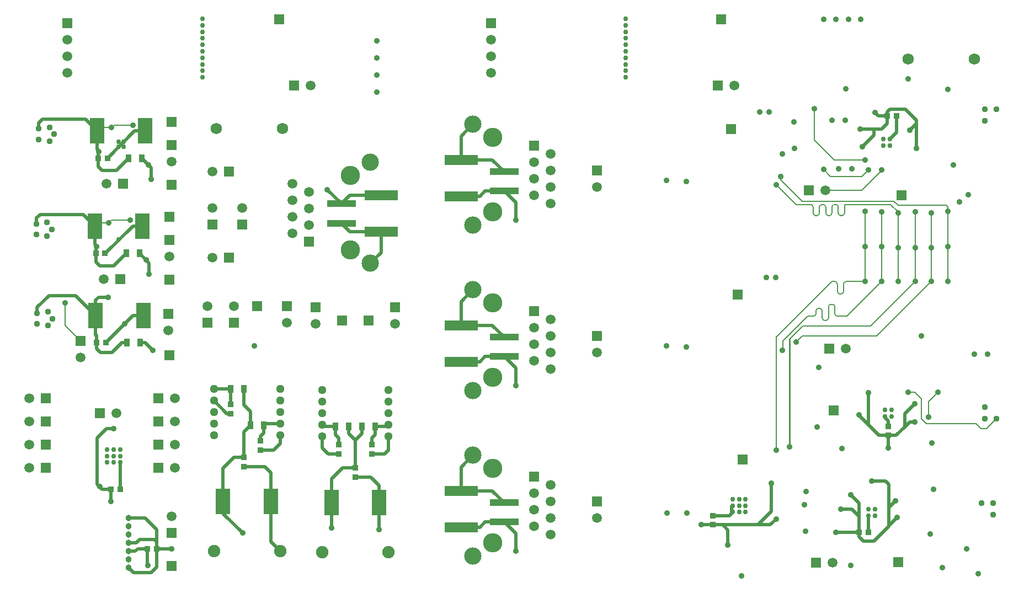
<source format=gbl>
%FSAX44Y44*%
%MOMM*%
G71*
G01*
G75*
G04 Layer_Physical_Order=4*
G04 Layer_Color=16711680*
%ADD10R,2.0000X2.0000*%
%ADD11R,0.9652X0.8128*%
%ADD12R,9.8000X10.7000*%
%ADD13R,4.1000X1.1000*%
%ADD14R,0.2500X0.6000*%
%ADD15R,0.6000X0.2500*%
%ADD16R,3.1000X3.1000*%
%ADD17R,0.8000X0.8000*%
%ADD18O,0.2500X0.7000*%
%ADD19O,0.7000X0.2500*%
%ADD20R,1.5000X1.5000*%
%ADD21R,1.5000X0.2500*%
%ADD22R,0.8128X0.9652*%
%ADD23R,0.8128X0.9652*%
%ADD24R,4.0000X2.3000*%
%ADD25R,3.5560X0.6350*%
%ADD26R,2.7940X0.6350*%
%ADD27R,10.1600X10.1600*%
%ADD28R,2.8000X2.0000*%
%ADD29C,0.2032*%
%ADD30C,1.2700*%
%ADD31C,0.5080*%
%ADD32C,0.2540*%
%ADD33R,0.9652X0.8128*%
%ADD34R,2.6000X2.6000*%
%ADD35O,0.2000X0.8000*%
%ADD36O,0.8000X0.2000*%
%ADD37R,3.0000X3.0000*%
%ADD38O,2.5000X0.7000*%
%ADD39O,0.9500X0.9652*%
%ADD40C,1.7526*%
%ADD41C,0.9500*%
%ADD42C,1.5000*%
%ADD43R,1.5000X1.5000*%
%ADD44C,1.2954*%
%ADD45C,1.9050*%
%ADD46C,1.5000*%
%ADD47C,2.6500*%
%ADD48R,1.5000X1.5000*%
%ADD49C,2.9500*%
%ADD50C,0.7500*%
%ADD51C,0.8890*%
%ADD52C,1.0160*%
%ADD53R,1.6510X1.6510*%
%ADD54R,3.0480X3.0480*%
%ADD55C,1.3128*%
%ADD56C,1.9128*%
%ADD57C,1.7128*%
%ADD58C,1.4732*%
%ADD59C,2.0320*%
%ADD60C,1.7128*%
%ADD61C,2.4128*%
%ADD62C,4.0628*%
G04:AMPARAMS|DCode=63|XSize=2.678mm|YSize=2.678mm|CornerRadius=0mm|HoleSize=0mm|Usage=FLASHONLY|Rotation=0.000|XOffset=0mm|YOffset=0mm|HoleType=Round|Shape=Relief|Width=0.381mm|Gap=0.381mm|Entries=4|*
%AMTHD63*
7,0,0,2.6780,1.9160,0.3810,45*
%
%ADD63THD63*%
%ADD64C,1.1128*%
G04:AMPARAMS|DCode=65|XSize=2.1082mm|YSize=2.1082mm|CornerRadius=0mm|HoleSize=0mm|Usage=FLASHONLY|Rotation=0.000|XOffset=0mm|YOffset=0mm|HoleType=Round|Shape=Relief|Width=0.381mm|Gap=0.381mm|Entries=4|*
%AMTHD65*
7,0,0,2.1082,1.3462,0.3810,45*
%
%ADD65THD65*%
%ADD66C,1.1430*%
G04:AMPARAMS|DCode=67|XSize=2.878mm|YSize=2.878mm|CornerRadius=0mm|HoleSize=0mm|Usage=FLASHONLY|Rotation=0.000|XOffset=0mm|YOffset=0mm|HoleType=Round|Shape=Relief|Width=0.381mm|Gap=0.381mm|Entries=4|*
%AMTHD67*
7,0,0,2.8780,2.1160,0.3810,45*
%
%ADD67THD67*%
G04:AMPARAMS|DCode=68|XSize=2.278mm|YSize=2.278mm|CornerRadius=0mm|HoleSize=0mm|Usage=FLASHONLY|Rotation=0.000|XOffset=0mm|YOffset=0mm|HoleType=Round|Shape=Relief|Width=0.381mm|Gap=0.381mm|Entries=4|*
%AMTHD68*
7,0,0,2.2780,1.5160,0.3810,45*
%
%ADD68THD68*%
G04:AMPARAMS|DCode=69|XSize=2.4384mm|YSize=2.4384mm|CornerRadius=0mm|HoleSize=0mm|Usage=FLASHONLY|Rotation=0.000|XOffset=0mm|YOffset=0mm|HoleType=Round|Shape=Relief|Width=0.381mm|Gap=0.381mm|Entries=4|*
%AMTHD69*
7,0,0,2.4384,1.6764,0.3810,45*
%
%ADD69THD69*%
G04:AMPARAMS|DCode=70|XSize=2.9972mm|YSize=2.9972mm|CornerRadius=0mm|HoleSize=0mm|Usage=FLASHONLY|Rotation=0.000|XOffset=0mm|YOffset=0mm|HoleType=Round|Shape=Relief|Width=0.381mm|Gap=0.381mm|Entries=4|*
%AMTHD70*
7,0,0,2.9972,2.2352,0.3810,45*
%
%ADD70THD70*%
%ADD71R,2.3000X4.0000*%
%ADD72R,0.8128X1.2700*%
%ADD73R,5.1000X1.5000*%
%ADD74R,4.5000X1.0000*%
D11*
X00641350Y00480822D02*
D03*
Y00466598D02*
D03*
X00615950Y00455422D02*
D03*
Y00441198D02*
D03*
X00595630Y00536702D02*
D03*
Y00522478D02*
D03*
X00762000Y00460248D02*
D03*
Y00474472D02*
D03*
X00812800Y00460248D02*
D03*
Y00474472D02*
D03*
X00787400Y00424688D02*
D03*
Y00438912D02*
D03*
D20*
X00430530Y00875030D02*
D03*
X00426720Y00728980D02*
D03*
X00593090Y00894080D02*
D03*
Y00762000D02*
D03*
X00693420Y01026160D02*
D03*
X00394970Y00523240D02*
D03*
X00807720Y00665480D02*
D03*
X00767080D02*
D03*
X00505460Y00288290D02*
D03*
X00485140Y00546100D02*
D03*
Y00510540D02*
D03*
Y00474980D02*
D03*
Y00439420D02*
D03*
X00312420Y00510540D02*
D03*
Y00546100D02*
D03*
Y00439420D02*
D03*
Y00474980D02*
D03*
X01483040Y00864870D02*
D03*
X01343340Y01026160D02*
D03*
X01625280Y00857250D02*
D03*
X01514790Y00622300D02*
D03*
X01494724Y00293370D02*
D03*
X01620200Y00294640D02*
D03*
D22*
X00392938Y00914400D02*
D03*
X00407162D02*
D03*
X00390398Y00631190D02*
D03*
X00404622D02*
D03*
X00389128Y00768350D02*
D03*
X00403352D02*
D03*
D23*
X00412496Y00406400D02*
D03*
X00426720D02*
D03*
X00468376Y00314960D02*
D03*
X00482600D02*
D03*
X01617660Y00979170D02*
D03*
X01603436D02*
D03*
X01574480Y00340360D02*
D03*
X01560256D02*
D03*
D29*
X00396570Y00961390D02*
X00412750D01*
X00391490Y00956310D02*
X00396570Y00961390D01*
X00416560Y00965200D02*
X00445770D01*
X00412750Y00961390D02*
X00416560Y00965200D01*
X00408940Y00815340D02*
X00412750Y00819150D01*
X00441960D01*
X00387680Y00810260D02*
X00392760Y00815340D01*
X00408940D01*
X00341630Y00657860D02*
X00365760Y00633730D01*
X00341630Y00657860D02*
Y00692150D01*
X00716518Y00862372D02*
Y00864589D01*
X01540495Y00725170D02*
G03*
X01536634Y00721309I00000000J-00003861D01*
G01*
X01532773Y00705987D02*
G03*
X01536634Y00709848I00000000J00003861D01*
G01*
X01526982D02*
G03*
X01530843Y00705987I00003861J00000000D01*
G01*
X01526982Y00721309D02*
G03*
X01523121Y00725170I-00003861J00000000D01*
G01*
X01523172Y00675691D02*
G03*
X01527033Y00671830I00003861J00000000D01*
G01*
X01523172Y00686214D02*
G03*
X01519311Y00690074I-00003861J00000000D01*
G01*
X01517381D02*
G03*
X01513520Y00686214I00000000J-00003861D01*
G01*
X01509659Y00665269D02*
G03*
X01513520Y00669130I00000000J00003861D01*
G01*
X01503868D02*
G03*
X01507729Y00665269I00003861J00000000D01*
G01*
X01503868Y00679934D02*
G03*
X01500007Y00683795I-00003861J00000000D01*
G01*
X01498077D02*
G03*
X01494216Y00679934I00000000J-00003861D01*
G01*
X01490355Y00671830D02*
G03*
X01494216Y00675691I00000000J00003861D01*
G01*
X01538920Y00843280D02*
G03*
X01538158Y00842518I00000000J-00000762D01*
G01*
X01534297Y00826424D02*
G03*
X01538158Y00830285I00000000J00003861D01*
G01*
X01528506D02*
G03*
X01532367Y00826424I00003861J00000000D01*
G01*
X01528506Y00839419D02*
G03*
X01524645Y00843280I-00003861J00000000D01*
G01*
X01522715D02*
G03*
X01518854Y00839419I00000000J-00003861D01*
G01*
X01514993Y00826424D02*
G03*
X01518854Y00830285I00000000J00003861D01*
G01*
X01509202D02*
G03*
X01513063Y00826424I00003861J00000000D01*
G01*
X01509202Y00839419D02*
G03*
X01505341Y00843280I-00003861J00000000D01*
G01*
X01503411D02*
G03*
X01499550Y00839419I00000000J-00003861D01*
G01*
X01495689Y00826424D02*
G03*
X01499550Y00830285I00000000J00003861D01*
G01*
X01489898D02*
G03*
X01493759Y00826424I00003861J00000000D01*
G01*
X01489898Y00839419D02*
G03*
X01486037Y00843280I-00003861J00000000D01*
G01*
X01540495Y00725170D02*
X01569400D01*
X01536634Y00709848D02*
Y00721309D01*
X01530843Y00705987D02*
X01532773D01*
X01518600Y00725170D02*
X01523121D01*
X01526982Y00709848D02*
Y00721309D01*
X01433510Y00640080D02*
X01518600Y00725170D01*
X01433510Y00466090D02*
Y00640080D01*
X01530485Y00671830D02*
X01541460D01*
X01481770D02*
X01489390D01*
X01527033D02*
X01530485D01*
X01523172Y00675691D02*
Y00686214D01*
X01517381Y00690074D02*
X01519311D01*
X01513520Y00671830D02*
Y00686214D01*
Y00669130D02*
Y00671830D01*
X01507729Y00665269D02*
X01509659D01*
X01503868Y00669130D02*
Y00671830D01*
Y00679934D01*
X01498077Y00683795D02*
X01500007D01*
X01494216Y00675691D02*
Y00679934D01*
X01489390Y00671830D02*
X01490355D01*
X01541460D02*
X01594800Y00725170D01*
X01443670Y00633730D02*
X01481770Y00671830D01*
X01578290Y00656590D02*
X01646870Y00725170D01*
X01474150Y00656590D02*
X01578290D01*
X01453830Y00636270D02*
X01474150Y00656590D01*
X01587180Y00641350D02*
X01671000Y00725170D01*
X01472880Y00641350D02*
X01587180D01*
X01463990Y00632460D02*
X01472880Y00641350D01*
X01538920Y00843280D02*
X01608770D01*
X01463990D02*
X01475420D01*
X01538158Y00830285D02*
Y00842518D01*
X01532367Y00826424D02*
X01534297D01*
X01528506Y00830285D02*
Y00839419D01*
X01522715Y00843280D02*
X01524645D01*
X01518854Y00830285D02*
Y00839419D01*
X01513063Y00826424D02*
X01514993D01*
X01509202Y00830285D02*
Y00839419D01*
X01503411Y00843280D02*
X01505341D01*
X01499550Y00830285D02*
Y00839419D01*
X01493759Y00826424D02*
X01495689D01*
X01489898Y00830285D02*
Y00839419D01*
X01480246Y00843280D02*
X01486037D01*
X01475420D02*
X01480246D01*
X01564320Y00886460D02*
X01574480Y00896620D01*
X01516314Y00886460D02*
X01564320D01*
X01505900Y00896874D02*
X01516314Y00886460D01*
X01574226Y00896874D02*
X01574480Y00896620D01*
X01522410Y00911860D02*
X01569400D01*
X01620200Y00803910D02*
Y00831850D01*
Y00725170D02*
Y00803910D01*
X01569400Y00778510D02*
Y00833120D01*
X01696400Y00751840D02*
Y00833120D01*
Y00725170D02*
Y00751840D01*
X01491930Y00942340D02*
X01522410Y00911860D01*
X01491930Y00942340D02*
Y00990600D01*
X01472880Y00848360D02*
X01613850D01*
X01439860Y00881380D02*
X01472880Y00848360D01*
X01439860Y00881380D02*
Y00886460D01*
X01433510Y00873760D02*
X01463990Y00843280D01*
X01756268Y00499110D02*
X01771419Y00514261D01*
X01747200Y00499110D02*
X01756268D01*
X01739580Y00506730D02*
X01747200Y00499110D01*
X01663380Y00506730D02*
X01739580D01*
X01645600Y00554990D02*
X01655760Y00544830D01*
X01635440Y00554990D02*
X01645600D01*
X01655760Y00514350D02*
Y00544830D01*
Y00514350D02*
X01663380Y00506730D01*
X01667190Y00516890D02*
Y00541020D01*
X01681160Y00554990D01*
X01569400Y00725170D02*
Y00778510D01*
X01671000Y00725170D02*
Y00777240D01*
Y00830580D01*
X01646870Y00777240D02*
Y00831850D01*
X01594800Y00725170D02*
Y00778510D01*
X01443670Y00619760D02*
Y00633730D01*
X01594800Y00778510D02*
Y00831850D01*
Y00895350D02*
Y00896620D01*
X01564320Y00864870D02*
X01594800Y00895350D01*
X01508440Y00864870D02*
X01564320D01*
X01613850Y00848360D02*
X01620200Y00842010D01*
X01693860D01*
X01608770Y00843280D02*
X01620200Y00831850D01*
X01693860Y00842010D02*
X01696400Y00839470D01*
X01646870Y00725170D02*
Y00777240D01*
X01696400Y00833120D02*
Y00839470D01*
D31*
X00459740Y00914400D02*
X00474472Y00899668D01*
Y00882142D02*
Y00899668D01*
X00420370Y00895350D02*
X00439420Y00914400D01*
X00398780Y00895350D02*
X00420370D01*
X00392938Y00901192D02*
X00398780Y00895350D01*
X00391490Y00928040D02*
X00392938Y00926592D01*
X00391490Y00928040D02*
Y00956310D01*
X00373710Y00974090D02*
X00391490Y00956310D01*
X00307340Y00974090D02*
X00373710D01*
X00301564Y00968314D02*
X00307340Y00974090D01*
X00301564Y00959561D02*
Y00968314D01*
X00392938Y00901192D02*
Y00914400D01*
Y00926592D01*
X00407162Y00914400D02*
X00449072Y00956310D01*
X00464490D01*
X00389128Y00768350D02*
Y00780542D01*
Y00755142D02*
Y00768350D01*
X00297754Y00813511D02*
Y00822264D01*
X00303530Y00828040D01*
X00369900D01*
X00387680Y00810260D01*
Y00781990D02*
Y00810260D01*
Y00781990D02*
X00389128Y00780542D01*
Y00755142D02*
X00394970Y00749300D01*
X00416560D01*
X00435610Y00768350D01*
X00470662Y00736092D02*
Y00753618D01*
X00455930Y00768350D02*
X00470662Y00753618D01*
X00299024Y00676351D02*
Y00685104D01*
X00457200Y00631190D02*
X00464820D01*
X00476250Y00619760D01*
X00429260Y00631190D02*
X00436880D01*
X00414020Y00615950D02*
X00429260Y00631190D01*
X00396240Y00615950D02*
X00414020D01*
X00390398Y00621792D02*
X00396240Y00615950D01*
X00388950Y00643560D02*
X00390398Y00642112D01*
X00388950Y00643560D02*
Y00673100D01*
X00390398Y00621792D02*
Y00631190D01*
Y00642112D01*
X00404622Y00631190D02*
X00446532Y00673100D01*
X00461950D01*
X00393700Y00701040D02*
X00407670D01*
X00388950Y00696290D02*
X00393700Y00701040D01*
X00388950Y00673100D02*
Y00696290D01*
X00299024Y00685104D02*
X00317500Y00703580D01*
X00358470D01*
X00388950Y00673100D01*
X00426720Y00406400D02*
Y00443360D01*
X00398780Y00406400D02*
X00412496D01*
X00391160Y00414020D02*
X00398780Y00406400D01*
X00391160Y00414020D02*
Y00485140D01*
X00405130Y00499110D01*
X00416560D01*
X00439420Y00311150D02*
X00449580D01*
X00453390Y00314960D01*
X00468376D01*
Y00289814D02*
Y00314960D01*
Y00289814D02*
X00468630Y00289560D01*
X00482600Y00314960D02*
Y00325120D01*
X00478790Y00328930D02*
X00482600Y00325120D01*
X00455930Y00328930D02*
X00478790D01*
X00450850Y00323850D02*
X00455930Y00328930D01*
X00439420Y00323850D02*
X00450850D01*
X00482600Y00314960D02*
Y00344170D01*
X00464820Y00361950D02*
X00482600Y00344170D01*
X00439420Y00361950D02*
X00464820D01*
X00482600Y00287020D02*
Y00314960D01*
X00473710Y00278130D02*
X00482600Y00287020D01*
X00447040Y00278130D02*
X00473710D01*
X00439420Y00285750D02*
X00447040Y00278130D01*
X00482600Y00314960D02*
X00505460D01*
X00826770Y00769424D02*
Y00801310D01*
X00810498Y00753152D02*
X00826770Y00769424D01*
X00778810Y00801310D02*
X00826770D01*
X00765810Y00814310D02*
X00778810Y00801310D01*
X00765810Y00844310D02*
X00778810Y00857310D01*
X00826770D01*
X00744220Y00865900D02*
X00765810Y00844310D01*
X00657530Y00325450D02*
X00671830Y00311150D01*
X00657530Y00325450D02*
Y00387350D01*
X00584530Y00369240D02*
Y00387350D01*
Y00369240D02*
X00614680Y00339090D01*
X00584530Y00387350D02*
Y00438480D01*
X00601472Y00455422D01*
X00615950D01*
Y00494030D01*
X00626110Y00504190D01*
Y00525780D01*
X00615950Y00535940D02*
X00626110Y00525780D01*
X00615950Y00535940D02*
Y00560070D01*
X00641350Y00480822D02*
Y00487680D01*
X00646430Y00492760D01*
Y00504190D01*
X00648970Y00506730D01*
X00671830D01*
X00641350Y00466598D02*
X00662178D01*
X00671830Y00476250D01*
Y00488950D01*
X00570230Y00560070D02*
X00595630D01*
Y00536702D02*
Y00560070D01*
X00590042Y00522478D02*
X00595630D01*
X00615950Y00441198D02*
X00648208D01*
X00657530Y00431876D01*
Y00387350D02*
Y00431876D01*
X00570230Y00542290D02*
X00590042Y00522478D01*
X00823900Y00344500D02*
Y00386080D01*
X00750900Y00347040D02*
Y00386080D01*
X00823900D02*
Y00411810D01*
X00811022Y00424688D02*
X00823900Y00411810D01*
X00787400Y00424688D02*
X00811022D01*
X00750900Y00386080D02*
Y00421970D01*
X00767842Y00438912D01*
X00787400D01*
Y00481330D01*
X00777240Y00491490D02*
X00787400Y00481330D01*
X00777240Y00491490D02*
Y00502920D01*
X00797560Y00491490D02*
Y00502920D01*
X00787400Y00481330D02*
X00797560Y00491490D01*
X00812800Y00474472D02*
Y00485140D01*
X00817880Y00490220D01*
Y00502920D01*
X00746252Y00460248D02*
X00762000D01*
X00736600Y00469900D02*
X00746252Y00460248D01*
X00736600Y00469900D02*
Y00487680D01*
X00762000Y00474472D02*
Y00485140D01*
X00756920Y00490220D02*
Y00502920D01*
Y00490220D02*
X00762000Y00485140D01*
X00812800Y00460248D02*
X00832358D01*
X00838200Y00466090D01*
Y00487680D01*
X00739140Y00502920D02*
X00756920D01*
X00736600Y00505460D02*
X00739140Y00502920D01*
X00817880D02*
X00835660D01*
X00838200Y00505460D01*
X00445822Y00810260D02*
X00460680D01*
X00403352Y00768350D02*
X00403912D01*
X00445822Y00810260D01*
X00412496Y00387604D02*
Y00406400D01*
X01579560Y00419100D02*
X01601150D01*
X01606230Y00414020D01*
X00949640Y00403920D02*
Y00440182D01*
X00967928Y00458470D01*
X00949640Y00403920D02*
X00997600D01*
X01015680Y00385840D01*
Y00355840D02*
X01033460Y00338060D01*
Y00311150D02*
Y00338060D01*
X00949640Y00347920D02*
X00978550D01*
X00986470Y00355840D01*
X01015680D01*
X00949640Y00657920D02*
Y00694182D01*
X00967928Y00712470D01*
X00949640Y00657920D02*
X00997600D01*
X01015680Y00639840D01*
Y00609840D02*
X01033460Y00592060D01*
Y00565150D02*
Y00592060D01*
X00949640Y00601920D02*
X00978550D01*
X00986470Y00609840D01*
X01015680D01*
X00986470Y00863840D02*
X01015680D01*
X00978550Y00855920D02*
X00986470Y00863840D01*
X00949640Y00855920D02*
X00978550D01*
X01033460Y00819150D02*
Y00846060D01*
X01015680Y00863840D02*
X01033460Y00846060D01*
X00997600Y00911920D02*
X01015680Y00893840D01*
X00949640Y00911920D02*
X00997600D01*
X00949640Y00948182D02*
X00967928Y00966470D01*
X00949640Y00911920D02*
Y00948182D01*
X01560256Y00340360D02*
Y00364744D01*
X01549080Y00375920D02*
X01560256Y00364744D01*
X01532570Y00375920D02*
X01549080D01*
X01603436Y00967486D02*
Y00985266D01*
X01594800Y00958850D02*
X01603436Y00967486D01*
X01561780Y00958850D02*
X01594800D01*
X01584640Y00984250D02*
X01589720Y00979170D01*
X01603436D01*
Y00985266D02*
X01607500Y00989330D01*
X01631630D01*
X01606230Y00350520D02*
X01618930Y00363220D01*
X01565590Y00932180D02*
X01583116Y00949706D01*
X01350960Y00351536D02*
X01358860Y00343636D01*
Y00320320D02*
Y00343636D01*
X01405570Y00351536D02*
X01425890Y00371856D01*
Y00415290D01*
X01424366Y00351536D02*
X01433510Y00360680D01*
X01335720Y00351536D02*
X01424366D01*
X01318194D02*
X01335720D01*
X01606230Y00349250D02*
Y00350520D01*
Y00378460D02*
X01616390Y00388620D01*
X01606230Y00349250D02*
Y00414020D01*
X01583370Y00326390D02*
X01606230Y00349250D01*
X01566860Y00326390D02*
X01583370D01*
X01560256Y00332994D02*
X01566860Y00326390D01*
X01560256Y00332994D02*
Y00340360D01*
X01547810Y00397510D02*
X01560256Y00385064D01*
Y00340360D02*
Y00385064D01*
X01524950Y00340360D02*
X01560256D01*
X01573560Y00364840D02*
X01574480Y00363920D01*
Y00340360D02*
Y00363920D01*
X01630360Y00521970D02*
X01645600Y00537210D01*
X01630360Y00501650D02*
Y00521970D01*
X01575115Y00504825D02*
Y00554355D01*
X01560510Y00519430D02*
Y00520700D01*
Y00519430D02*
X01591244Y00488696D01*
X01604960D01*
X01630360Y00501650D02*
X01637980Y00509270D01*
X01645600D01*
X01617406Y00488696D02*
X01630360Y00501650D01*
X01604960Y00488696D02*
X01617406D01*
X01604960Y00469900D02*
Y00488696D01*
X01598960Y00517240D02*
X01604960Y00511240D01*
Y00502920D02*
Y00511240D01*
X01648140Y00967740D02*
Y00972820D01*
X01637980Y00957580D02*
X01648140Y00967740D01*
Y00929640D02*
Y00972820D01*
X01631630Y00989330D02*
X01648140Y00972820D01*
X01608420Y00944530D02*
X01617660Y00953770D01*
Y00979170D01*
X01583116Y00949706D02*
Y00958850D01*
X01705290Y00904240D02*
Y00905510D01*
X01335720Y00365760D02*
X01361120D01*
X01364360Y00369000D01*
Y00381000D01*
D32*
X01453830Y00471170D02*
Y00636270D01*
D33*
X01604960Y00502920D02*
D03*
Y00488696D02*
D03*
X01335720Y00365760D02*
D03*
Y00351536D02*
D03*
D39*
X00439420Y00285750D02*
D03*
Y00298450D02*
D03*
Y00311150D02*
D03*
Y00323850D02*
D03*
Y00336550D02*
D03*
Y00349250D02*
D03*
Y00361950D02*
D03*
D40*
X00574040Y00960120D02*
D03*
X00675640D02*
D03*
X01635440Y01066800D02*
D03*
X01737040D02*
D03*
D41*
X00322580Y00668020D02*
D03*
X00299024Y00676351D02*
D03*
X00315526Y00678670D02*
D03*
X00299024Y00659689D02*
D03*
X00315526Y00657370D02*
D03*
X00321310Y00805180D02*
D03*
X00297754Y00813511D02*
D03*
X00314256Y00815830D02*
D03*
X00297754Y00796849D02*
D03*
X00314256Y00794530D02*
D03*
X00325120Y00951230D02*
D03*
X00301564Y00959561D02*
D03*
X00318066Y00961880D02*
D03*
X00301564Y00942899D02*
D03*
X00318066Y00940580D02*
D03*
X01766339Y00366941D02*
D03*
Y00384899D02*
D03*
X01748381D02*
D03*
X01753461Y00532219D02*
D03*
Y00514261D02*
D03*
X01771419D02*
D03*
Y00989419D02*
D03*
X01753461D02*
D03*
Y00971461D02*
D03*
D42*
X00405130Y00875030D02*
D03*
X00505460Y00909320D02*
D03*
X00401320Y00728980D02*
D03*
X00501650Y00763270D02*
D03*
X00567690Y00894080D02*
D03*
Y00762000D02*
D03*
Y00838200D02*
D03*
X00613410D02*
D03*
X00365760Y00608330D02*
D03*
X00500380Y00650240D02*
D03*
X00718820Y01026160D02*
D03*
X00420370Y00523240D02*
D03*
X00345440Y01096010D02*
D03*
Y01070610D02*
D03*
Y01045210D02*
D03*
X00560070Y00687070D02*
D03*
X00600710D02*
D03*
X00681990Y00661670D02*
D03*
X00726440Y00660400D02*
D03*
X00848360D02*
D03*
X00505460Y00364490D02*
D03*
X00510540Y00546100D02*
D03*
Y00510540D02*
D03*
Y00474980D02*
D03*
Y00439420D02*
D03*
X00287020Y00510540D02*
D03*
Y00546100D02*
D03*
Y00439420D02*
D03*
Y00474980D02*
D03*
X01508440Y00864870D02*
D03*
X01368740Y01026160D02*
D03*
X01157920Y00869950D02*
D03*
Y00615950D02*
D03*
Y00361950D02*
D03*
X01540190Y00622300D02*
D03*
X01520124Y00293370D02*
D03*
X00995360Y01045210D02*
D03*
Y01070610D02*
D03*
Y01096010D02*
D03*
D43*
X00505460Y00934720D02*
D03*
Y00970280D02*
D03*
Y00873760D02*
D03*
X00501650Y00788670D02*
D03*
Y00824230D02*
D03*
X00636270Y00687070D02*
D03*
X00567690Y00812800D02*
D03*
X00613410D02*
D03*
X00501650Y00727710D02*
D03*
X00365760Y00633730D02*
D03*
X00501650Y00612140D02*
D03*
X00500380Y00675640D02*
D03*
X00670560Y01127760D02*
D03*
X00345440Y01121410D02*
D03*
X00560070Y00661670D02*
D03*
X00600710D02*
D03*
X00681990Y00687070D02*
D03*
X00726440Y00685800D02*
D03*
X00848360D02*
D03*
X00505460Y00339090D02*
D03*
X01373820Y00704850D02*
D03*
X01157920Y00895350D02*
D03*
X01363660Y00958850D02*
D03*
X01381440Y00452120D02*
D03*
X01157920Y00641350D02*
D03*
Y00387350D02*
D03*
X01521140Y00527050D02*
D03*
X00995360Y01121410D02*
D03*
X01348420Y01127760D02*
D03*
D44*
X00838200Y00558800D02*
D03*
X00736600D02*
D03*
X00838200Y00541020D02*
D03*
X00736600D02*
D03*
X00838200Y00523240D02*
D03*
X00736600D02*
D03*
X00838200Y00505460D02*
D03*
X00736600D02*
D03*
X00838200Y00487680D02*
D03*
X00736600D02*
D03*
X00671830Y00560070D02*
D03*
X00570230D02*
D03*
X00671830Y00542290D02*
D03*
X00570230D02*
D03*
X00671830Y00524510D02*
D03*
X00570230D02*
D03*
X00671830Y00506730D02*
D03*
X00570230D02*
D03*
X00671830Y00488950D02*
D03*
X00570230D02*
D03*
D45*
X00838200Y00309880D02*
D03*
X00736600D02*
D03*
X00671830Y00311150D02*
D03*
X00570230D02*
D03*
D46*
X00691118Y00875072D02*
D03*
Y00798872D02*
D03*
X00716518Y00862372D02*
D03*
X00691118Y00849672D02*
D03*
Y00824272D02*
D03*
X00716518Y00836972D02*
D03*
Y00811572D02*
D03*
X01087308Y00844550D02*
D03*
Y00920750D02*
D03*
X01061908Y00857250D02*
D03*
X01087308Y00869950D02*
D03*
Y00895350D02*
D03*
X01061908Y00882650D02*
D03*
Y00908050D02*
D03*
Y00654050D02*
D03*
Y00628650D02*
D03*
X01087308Y00641350D02*
D03*
Y00615950D02*
D03*
X01061908Y00603250D02*
D03*
X01087308Y00666750D02*
D03*
Y00590550D02*
D03*
X01061908Y00400050D02*
D03*
Y00374650D02*
D03*
X01087308Y00387350D02*
D03*
Y00361950D02*
D03*
X01061908Y00349250D02*
D03*
X01087308Y00412750D02*
D03*
Y00336550D02*
D03*
D47*
X00810498Y00753152D02*
D03*
Y00908092D02*
D03*
X00967928Y00966470D02*
D03*
Y00811530D02*
D03*
Y00557530D02*
D03*
Y00712470D02*
D03*
Y00303530D02*
D03*
Y00458470D02*
D03*
D48*
X00716518Y00786172D02*
D03*
X01061908Y00933450D02*
D03*
Y00679450D02*
D03*
Y00425450D02*
D03*
D49*
X00780018Y00773472D02*
D03*
Y00887772D02*
D03*
X00998408Y00946150D02*
D03*
Y00831850D02*
D03*
Y00577850D02*
D03*
Y00692150D02*
D03*
Y00323850D02*
D03*
Y00438150D02*
D03*
D50*
X00552600Y01128310D02*
D03*
Y01118310D02*
D03*
Y01108310D02*
D03*
Y01098310D02*
D03*
Y01088310D02*
D03*
Y01078310D02*
D03*
Y01068310D02*
D03*
Y01058310D02*
D03*
Y01048310D02*
D03*
Y01038310D02*
D03*
X00426560Y00467200D02*
D03*
Y00457200D02*
D03*
Y00447200D02*
D03*
X00416560Y00467200D02*
D03*
Y00457200D02*
D03*
Y00447200D02*
D03*
X00406560Y00467200D02*
D03*
Y00457200D02*
D03*
Y00447200D02*
D03*
X00424180Y00789940D02*
D03*
X00424240Y00932240D02*
D03*
X00431740D02*
D03*
X00424240Y00939740D02*
D03*
X00431740D02*
D03*
X01574560Y00365840D02*
D03*
X01584560D02*
D03*
X01574560Y00375840D02*
D03*
X01584560D02*
D03*
X01599960Y00518240D02*
D03*
X01609960D02*
D03*
X01599960Y00528240D02*
D03*
X01609960D02*
D03*
X01597420Y00933530D02*
D03*
X01607420D02*
D03*
X01597420Y00943530D02*
D03*
X01607420D02*
D03*
X01386360Y00391000D02*
D03*
Y00381000D02*
D03*
Y00371000D02*
D03*
X01376360Y00391000D02*
D03*
Y00381000D02*
D03*
Y00371000D02*
D03*
X01366360Y00391000D02*
D03*
Y00381000D02*
D03*
Y00371000D02*
D03*
X01202520Y01128310D02*
D03*
Y01118310D02*
D03*
Y01108310D02*
D03*
Y01098310D02*
D03*
Y01088310D02*
D03*
Y01078310D02*
D03*
Y01068310D02*
D03*
Y01058310D02*
D03*
Y01048310D02*
D03*
Y01038310D02*
D03*
D51*
X00820420Y01094460D02*
D03*
Y01068307D02*
D03*
Y01016000D02*
D03*
X00474472Y00882142D02*
D03*
X00412750Y00961390D02*
D03*
X00393700Y00924560D02*
D03*
X00445770Y00965200D02*
D03*
X00469900Y00904240D02*
D03*
X00476250Y00619760D02*
D03*
X00433361Y00660109D02*
D03*
X00407670Y00701040D02*
D03*
X00341630Y00692150D02*
D03*
X00416560Y00499110D02*
D03*
X00394970Y00410210D02*
D03*
X00468630Y00289560D02*
D03*
X00505460Y00314960D02*
D03*
X00744220Y00865900D02*
D03*
X00614680Y00339090D02*
D03*
X00632460Y00626110D02*
D03*
X00823900Y00344500D02*
D03*
X00750900Y00347040D02*
D03*
X00820420Y01042153D02*
D03*
X00408940Y00815340D02*
D03*
X00441960Y00819150D02*
D03*
X00389890Y00778510D02*
D03*
X00466090Y00758190D02*
D03*
X00470662Y00736092D02*
D03*
X00412496Y00387604D02*
D03*
X01533840Y00468630D02*
D03*
X01505900Y00896874D02*
D03*
X01569400Y00911860D02*
D03*
X01549080Y00897890D02*
D03*
X01528760D02*
D03*
X01538920Y00972820D02*
D03*
X01518600D02*
D03*
X01491930Y00990600D02*
D03*
X01453830Y00471170D02*
D03*
X01433510Y00466090D02*
D03*
X01460180Y00970280D02*
D03*
X01380170Y00273050D02*
D03*
X01358860Y00320320D02*
D03*
X01296350Y00369570D02*
D03*
X01265870D02*
D03*
X01418016Y00731266D02*
D03*
X01432240Y00731520D02*
D03*
X01264600Y00626110D02*
D03*
X01295080Y00624840D02*
D03*
Y00878840D02*
D03*
X01264600Y00880110D02*
D03*
X01425890Y00415290D02*
D03*
X01318194Y00351536D02*
D03*
X01433510Y00360680D02*
D03*
X01422080Y00985520D02*
D03*
X01407856Y00985266D02*
D03*
X01688526Y00285496D02*
D03*
X01547810Y00289560D02*
D03*
X01674810Y00406400D02*
D03*
X01524950Y00340360D02*
D03*
X01725610Y00314960D02*
D03*
X01743390Y00276860D02*
D03*
X01669730Y00337820D02*
D03*
X01618930Y00363220D02*
D03*
X01616390Y00388620D02*
D03*
X01579560Y00419100D02*
D03*
X01547810Y00397510D02*
D03*
X01532570Y00375920D02*
D03*
X01476690Y00382270D02*
D03*
X01477960Y00341630D02*
D03*
X01479230Y00402590D02*
D03*
X01757360Y00613410D02*
D03*
X01737040D02*
D03*
X01655760Y00641350D02*
D03*
X01635440Y00554990D02*
D03*
X01604960Y00469900D02*
D03*
X01672270Y00477520D02*
D03*
X01667190Y00516890D02*
D03*
X01681160Y00554990D02*
D03*
X01645600Y00509270D02*
D03*
Y00537210D02*
D03*
X01560510Y00520700D02*
D03*
X01495740Y00501650D02*
D03*
X01498280Y00593090D02*
D03*
X01575115Y00554355D02*
D03*
X01565590Y00932180D02*
D03*
X01561780Y00958850D02*
D03*
X01584640Y00984250D02*
D03*
X01637980Y00957580D02*
D03*
X01648140Y00929640D02*
D03*
X01696400Y01019810D02*
D03*
X01705290Y00904240D02*
D03*
X01728150Y00858520D02*
D03*
X01714180Y00847090D02*
D03*
X01574480Y00896620D02*
D03*
X01594800D02*
D03*
X01442400Y00920750D02*
D03*
X01439860Y00886460D02*
D03*
X01433510Y00873760D02*
D03*
X01461450Y00929640D02*
D03*
X01442400Y00619760D02*
D03*
X01463990Y00632460D02*
D03*
X01594800Y00831850D02*
D03*
Y00778510D02*
D03*
Y00725170D02*
D03*
X01671000Y00830580D02*
D03*
Y00777240D02*
D03*
Y00725170D02*
D03*
X01646870Y00831850D02*
D03*
Y00777240D02*
D03*
Y00725170D02*
D03*
X01569400Y00833120D02*
D03*
Y00778510D02*
D03*
Y00725170D02*
D03*
X01696400D02*
D03*
Y00778510D02*
D03*
X01620200Y00725170D02*
D03*
Y00777240D02*
D03*
Y00830580D02*
D03*
X01696400Y00833120D02*
D03*
X01635440Y01036320D02*
D03*
X01540190Y01021080D02*
D03*
X01563050Y01127760D02*
D03*
X01544000D02*
D03*
X01524950D02*
D03*
X01505900D02*
D03*
X01033460Y00819150D02*
D03*
Y00565150D02*
D03*
Y00311150D02*
D03*
D71*
X00391490Y00956310D02*
D03*
X00464490D02*
D03*
X00460680Y00810260D02*
D03*
X00387680D02*
D03*
X00461950Y00673100D02*
D03*
X00388950D02*
D03*
X00657530Y00387350D02*
D03*
X00584530D02*
D03*
X00750900Y00386080D02*
D03*
X00823900D02*
D03*
D72*
X00459740Y00914400D02*
D03*
X00439420D02*
D03*
X00646430Y00504190D02*
D03*
X00626110D02*
D03*
X00595630Y00560070D02*
D03*
X00615950D02*
D03*
X00436880Y00631190D02*
D03*
X00457200D02*
D03*
X00435610Y00768350D02*
D03*
X00455930D02*
D03*
X00797560Y00502920D02*
D03*
X00817880D02*
D03*
X00777240D02*
D03*
X00756920D02*
D03*
D73*
X00826770Y00857310D02*
D03*
Y00801310D02*
D03*
X00949640Y00403920D02*
D03*
Y00347920D02*
D03*
Y00657920D02*
D03*
Y00601920D02*
D03*
Y00911920D02*
D03*
Y00855920D02*
D03*
D74*
X00765810Y00844310D02*
D03*
Y00814310D02*
D03*
X01015680Y00355840D02*
D03*
Y00385840D02*
D03*
Y00609840D02*
D03*
Y00639840D02*
D03*
Y00863840D02*
D03*
Y00893840D02*
D03*
M02*

</source>
